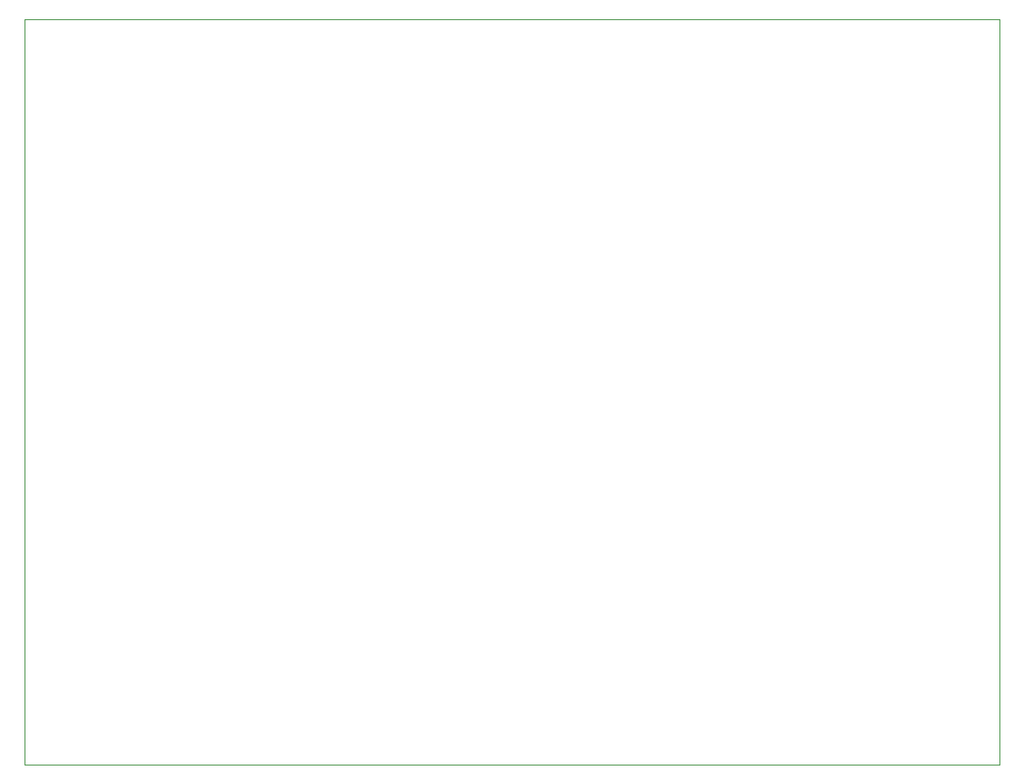
<source format=gbr>
%TF.GenerationSoftware,Altium Limited,Altium Designer,22.9.1 (49)*%
G04 Layer_Color=0*
%FSLAX25Y25*%
%MOIN*%
%TF.SameCoordinates,3D4AB22D-4464-4A1E-8ED4-CD8DD9DE0D00*%
%TF.FilePolarity,Positive*%
%TF.FileFunction,Profile,NP*%
%TF.Part,Single*%
G01*
G75*
%TA.AperFunction,Profile*%
%ADD50C,0.00100*%
D50*
Y284000D02*
Y0D01*
X371000D01*
Y284000D01*
X0D01*
%TF.MD5,cf3967a9e69c3e97d1dca7baf7accce5*%
M02*

</source>
